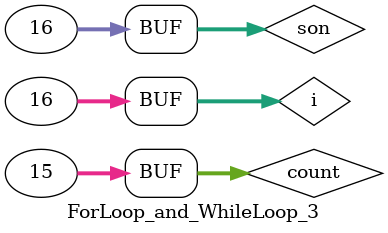
<source format=v>
`timescale 1ns / 1ps
module ForLoop_and_WhileLoop_3(

    );
    integer i;
    integer count;
    integer son;
    
   initial begin                           //initial ile kodu koşturmayı açtık
        for(i = 0 ; i <= 15 ; i=i+1) begin //i eşittir 0 iken eğer 15 sayısından bir küçükse i'yi bir arttır demek.
        count = i;
        #10;
        end
        #10;
        son=i;
    end
endmodule


////*****************************While Loops***********************************
//`timescale 1ns / 1ps
//module ForLoop_and_WhileLoop_3(

//    );
//    reg clk;
//    reg EN=1;
//    initial begin
//    clk=0
//        while (EN==1)       //while 1 iken şdvmoemvmjmvevnvnwlvmilmvmlmvğemvöşvşev,öepmvwvwvimomwv
          
           
//        #10 clk = ~clk;
        
//    end
        
//        endmodule

</source>
